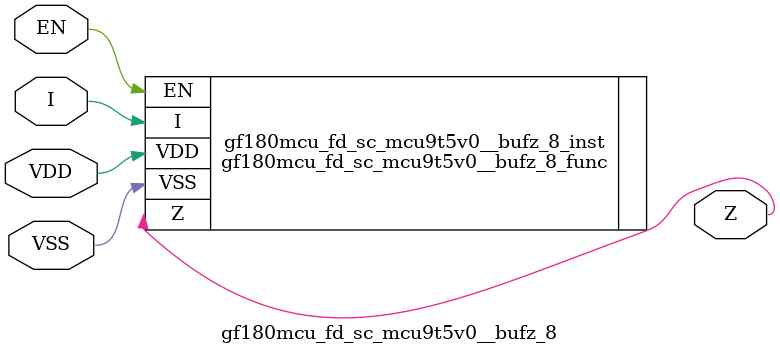
<source format=v>

module gf180mcu_fd_sc_mcu9t5v0__bufz_8( EN, I, Z, VDD, VSS );
input EN, I;
inout VDD, VSS;
output Z;

   `ifdef FUNCTIONAL  //  functional //

	gf180mcu_fd_sc_mcu9t5v0__bufz_8_func gf180mcu_fd_sc_mcu9t5v0__bufz_8_behav_inst(.EN(EN),.I(I),.Z(Z),.VDD(VDD),.VSS(VSS));

   `else

	gf180mcu_fd_sc_mcu9t5v0__bufz_8_func gf180mcu_fd_sc_mcu9t5v0__bufz_8_inst(.EN(EN),.I(I),.Z(Z),.VDD(VDD),.VSS(VSS));

	// spec_gates_begin


	// spec_gates_end



   specify

	// specify_block_begin

	// comb arc EN --> Z
	 (EN => Z) = (1.0,1.0);

	// comb arc I --> Z
	 (I => Z) = (1.0,1.0);

	// specify_block_end

   endspecify

   `endif

endmodule

</source>
